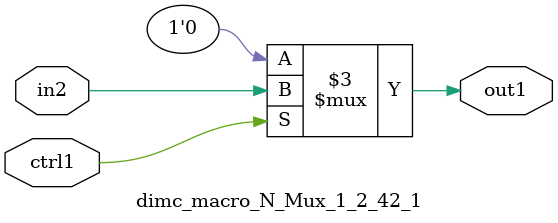
<source format=v>

`timescale 1ps / 1ps


module dimc_macro_N_Mux_1_2_42_1( in2, ctrl1, out1 );

    input in2;
    input ctrl1;
    output out1;
    reg out1;

    
    // rtl_process:dimc_macro_N_Mux_1_2_42_1/dimc_macro_N_Mux_1_2_42_1_thread_1
    always @*
      begin : dimc_macro_N_Mux_1_2_42_1_thread_1
        case (ctrl1) 
          1'b1: 
            begin
              out1 = in2;
            end
          default: 
            begin
              out1 = 1'b0;
            end
        endcase
      end

endmodule


</source>
